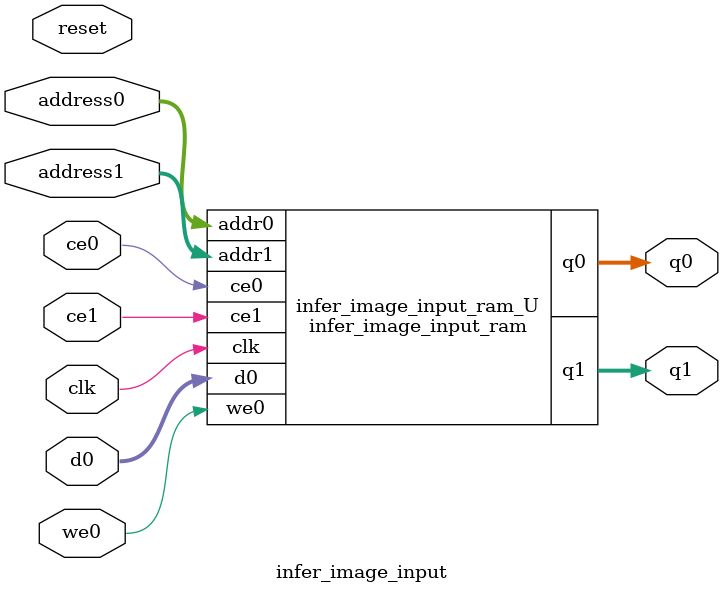
<source format=v>
`timescale 1 ns / 1 ps
module infer_image_input_ram (addr0, ce0, d0, we0, q0, addr1, ce1, q1,  clk);

parameter DWIDTH = 32;
parameter AWIDTH = 10;
parameter MEM_SIZE = 576;

input[AWIDTH-1:0] addr0;
input ce0;
input[DWIDTH-1:0] d0;
input we0;
output reg[DWIDTH-1:0] q0;
input[AWIDTH-1:0] addr1;
input ce1;
output reg[DWIDTH-1:0] q1;
input clk;

reg [DWIDTH-1:0] ram[0:MEM_SIZE-1];




always @(posedge clk)  
begin 
    if (ce0) begin
        if (we0) 
            ram[addr0] <= d0; 
        q0 <= ram[addr0];
    end
end


always @(posedge clk)  
begin 
    if (ce1) begin
        q1 <= ram[addr1];
    end
end


endmodule

`timescale 1 ns / 1 ps
module infer_image_input(
    reset,
    clk,
    address0,
    ce0,
    we0,
    d0,
    q0,
    address1,
    ce1,
    q1);

parameter DataWidth = 32'd32;
parameter AddressRange = 32'd576;
parameter AddressWidth = 32'd10;
input reset;
input clk;
input[AddressWidth - 1:0] address0;
input ce0;
input we0;
input[DataWidth - 1:0] d0;
output[DataWidth - 1:0] q0;
input[AddressWidth - 1:0] address1;
input ce1;
output[DataWidth - 1:0] q1;



infer_image_input_ram infer_image_input_ram_U(
    .clk( clk ),
    .addr0( address0 ),
    .ce0( ce0 ),
    .we0( we0 ),
    .d0( d0 ),
    .q0( q0 ),
    .addr1( address1 ),
    .ce1( ce1 ),
    .q1( q1 ));

endmodule


</source>
